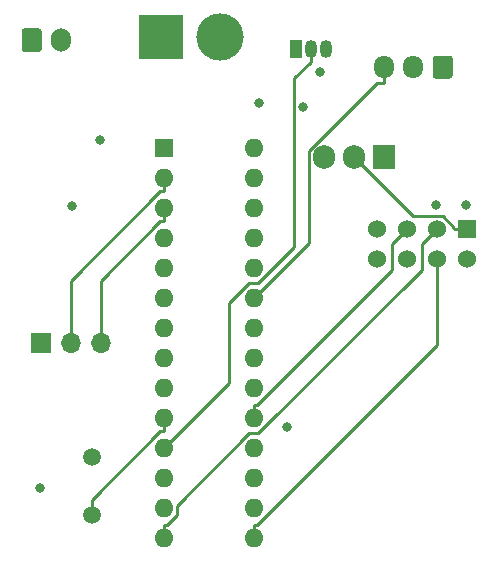
<source format=gbr>
G04 #@! TF.GenerationSoftware,KiCad,Pcbnew,5.1.6-c6e7f7d~87~ubuntu20.04.1*
G04 #@! TF.CreationDate,2020-09-27T23:00:53+02:00*
G04 #@! TF.ProjectId,soil_humidity_module,736f696c-5f68-4756-9d69-646974795f6d,rev?*
G04 #@! TF.SameCoordinates,Original*
G04 #@! TF.FileFunction,Copper,L3,Inr*
G04 #@! TF.FilePolarity,Positive*
%FSLAX46Y46*%
G04 Gerber Fmt 4.6, Leading zero omitted, Abs format (unit mm)*
G04 Created by KiCad (PCBNEW 5.1.6-c6e7f7d~87~ubuntu20.04.1) date 2020-09-27 23:00:53*
%MOMM*%
%LPD*%
G01*
G04 APERTURE LIST*
G04 #@! TA.AperFunction,ViaPad*
%ADD10O,1.700000X2.000000*%
G04 #@! TD*
G04 #@! TA.AperFunction,ViaPad*
%ADD11O,1.700000X1.700000*%
G04 #@! TD*
G04 #@! TA.AperFunction,ViaPad*
%ADD12R,1.700000X1.700000*%
G04 #@! TD*
G04 #@! TA.AperFunction,ViaPad*
%ADD13C,1.524000*%
G04 #@! TD*
G04 #@! TA.AperFunction,ViaPad*
%ADD14R,1.524000X1.524000*%
G04 #@! TD*
G04 #@! TA.AperFunction,ViaPad*
%ADD15R,3.800000X3.800000*%
G04 #@! TD*
G04 #@! TA.AperFunction,ViaPad*
%ADD16C,4.000000*%
G04 #@! TD*
G04 #@! TA.AperFunction,ViaPad*
%ADD17R,1.905000X2.000000*%
G04 #@! TD*
G04 #@! TA.AperFunction,ViaPad*
%ADD18O,1.905000X2.000000*%
G04 #@! TD*
G04 #@! TA.AperFunction,ViaPad*
%ADD19O,1.050000X1.500000*%
G04 #@! TD*
G04 #@! TA.AperFunction,ViaPad*
%ADD20R,1.050000X1.500000*%
G04 #@! TD*
G04 #@! TA.AperFunction,ViaPad*
%ADD21O,1.700000X1.950000*%
G04 #@! TD*
G04 #@! TA.AperFunction,ViaPad*
%ADD22R,1.600000X1.600000*%
G04 #@! TD*
G04 #@! TA.AperFunction,ViaPad*
%ADD23O,1.600000X1.600000*%
G04 #@! TD*
G04 #@! TA.AperFunction,ViaPad*
%ADD24C,1.500000*%
G04 #@! TD*
G04 #@! TA.AperFunction,ViaPad*
%ADD25C,0.800000*%
G04 #@! TD*
G04 #@! TA.AperFunction,Conductor*
%ADD26C,0.250000*%
G04 #@! TD*
G04 APERTURE END LIST*
D10*
X137120000Y-84074000D03*
G04 #@! TA.AperFunction,ViaPad*
G36*
G01*
X133770000Y-84824000D02*
X133770000Y-83324000D01*
G75*
G02*
X134020000Y-83074000I250000J0D01*
G01*
X135220000Y-83074000D01*
G75*
G02*
X135470000Y-83324000I0J-250000D01*
G01*
X135470000Y-84824000D01*
G75*
G02*
X135220000Y-85074000I-250000J0D01*
G01*
X134020000Y-85074000D01*
G75*
G02*
X133770000Y-84824000I0J250000D01*
G01*
G37*
G04 #@! TD.AperFunction*
D11*
X140462000Y-109728000D03*
X137922000Y-109728000D03*
D12*
X135382000Y-109728000D03*
D13*
X163830000Y-102616000D03*
X163830000Y-100076000D03*
X166370000Y-102616000D03*
X166370000Y-100076000D03*
X168910000Y-102616000D03*
X168910000Y-100076000D03*
X171450000Y-102616000D03*
D14*
X171450000Y-100076000D03*
D15*
X145542000Y-83820000D03*
D16*
X150542000Y-83820000D03*
D17*
X164470000Y-93980000D03*
D18*
X161930000Y-93980000D03*
X159390000Y-93980000D03*
D19*
X158242000Y-84836000D03*
X159512000Y-84836000D03*
D20*
X156972000Y-84836000D03*
G04 #@! TA.AperFunction,ViaPad*
G36*
G01*
X170268000Y-85635000D02*
X170268000Y-87085000D01*
G75*
G02*
X170018000Y-87335000I-250000J0D01*
G01*
X168818000Y-87335000D01*
G75*
G02*
X168568000Y-87085000I0J250000D01*
G01*
X168568000Y-85635000D01*
G75*
G02*
X168818000Y-85385000I250000J0D01*
G01*
X170018000Y-85385000D01*
G75*
G02*
X170268000Y-85635000I0J-250000D01*
G01*
G37*
G04 #@! TD.AperFunction*
D21*
X166918000Y-86360000D03*
X164418000Y-86360000D03*
D22*
X145796000Y-93218000D03*
D23*
X153416000Y-126238000D03*
X145796000Y-95758000D03*
X153416000Y-123698000D03*
X145796000Y-98298000D03*
X153416000Y-121158000D03*
X145796000Y-100838000D03*
X153416000Y-118618000D03*
X145796000Y-103378000D03*
X153416000Y-116078000D03*
X145796000Y-105918000D03*
X153416000Y-113538000D03*
X145796000Y-108458000D03*
X153416000Y-110998000D03*
X145796000Y-110998000D03*
X153416000Y-108458000D03*
X145796000Y-113538000D03*
X153416000Y-105918000D03*
X145796000Y-116078000D03*
X153416000Y-103378000D03*
X145796000Y-118618000D03*
X153416000Y-100838000D03*
X145796000Y-121158000D03*
X153416000Y-98298000D03*
X145796000Y-123698000D03*
X153416000Y-95758000D03*
X145796000Y-126238000D03*
X153416000Y-93218000D03*
D24*
X139700000Y-119380000D03*
X139700000Y-124260000D03*
D25*
X158998500Y-86749300D03*
X156240300Y-116835900D03*
X135360500Y-122024000D03*
X168866400Y-97988000D03*
X157582200Y-89766500D03*
X171428900Y-97987300D03*
X140426500Y-92510200D03*
X153891200Y-89350700D03*
X138001300Y-98101600D03*
D26*
X145796000Y-116078000D02*
X145796000Y-117203300D01*
X139700000Y-124260000D02*
X139700000Y-123018000D01*
X139700000Y-123018000D02*
X145514700Y-117203300D01*
X145514700Y-117203300D02*
X145796000Y-117203300D01*
X171450000Y-100076000D02*
X170362700Y-100076000D01*
X161930000Y-93980000D02*
X166938700Y-98988700D01*
X166938700Y-98988700D02*
X169411400Y-98988700D01*
X169411400Y-98988700D02*
X170362700Y-99940000D01*
X170362700Y-99940000D02*
X170362700Y-100076000D01*
X158242000Y-85911300D02*
X156856900Y-87296400D01*
X156856900Y-87296400D02*
X156856900Y-101581000D01*
X156856900Y-101581000D02*
X153789900Y-104648000D01*
X153789900Y-104648000D02*
X153038200Y-104648000D01*
X153038200Y-104648000D02*
X151356500Y-106329700D01*
X151356500Y-106329700D02*
X151356500Y-113057500D01*
X151356500Y-113057500D02*
X145796000Y-118618000D01*
X158242000Y-84836000D02*
X158242000Y-85911300D01*
X145796000Y-126238000D02*
X145796000Y-125112700D01*
X145796000Y-125112700D02*
X146077400Y-125112700D01*
X146077400Y-125112700D02*
X146921300Y-124268800D01*
X146921300Y-124268800D02*
X146921300Y-123474600D01*
X146921300Y-123474600D02*
X153047900Y-117348000D01*
X153047900Y-117348000D02*
X153782300Y-117348000D01*
X153782300Y-117348000D02*
X167640000Y-103490300D01*
X167640000Y-103490300D02*
X167640000Y-101346000D01*
X167640000Y-101346000D02*
X168910000Y-100076000D01*
X153416000Y-126238000D02*
X153416000Y-125112700D01*
X153416000Y-125112700D02*
X153697300Y-125112700D01*
X153697300Y-125112700D02*
X168910000Y-109900000D01*
X168910000Y-109900000D02*
X168910000Y-102616000D01*
X153416000Y-116078000D02*
X153416000Y-114952700D01*
X153416000Y-114952700D02*
X153697300Y-114952700D01*
X153697300Y-114952700D02*
X165100000Y-103550000D01*
X165100000Y-103550000D02*
X165100000Y-101346000D01*
X165100000Y-101346000D02*
X166370000Y-100076000D01*
X164418000Y-86360000D02*
X164418000Y-87660300D01*
X153416000Y-105918000D02*
X158083400Y-101250600D01*
X158083400Y-101250600D02*
X158083400Y-93432000D01*
X158083400Y-93432000D02*
X163855100Y-87660300D01*
X163855100Y-87660300D02*
X164418000Y-87660300D01*
X145796000Y-95758000D02*
X145796000Y-96883300D01*
X145796000Y-96883300D02*
X145514700Y-96883300D01*
X145514700Y-96883300D02*
X137922000Y-104476000D01*
X137922000Y-104476000D02*
X137922000Y-109728000D01*
X145796000Y-98298000D02*
X145796000Y-99423300D01*
X145796000Y-99423300D02*
X145514700Y-99423300D01*
X145514700Y-99423300D02*
X140462000Y-104476000D01*
X140462000Y-104476000D02*
X140462000Y-109728000D01*
M02*

</source>
